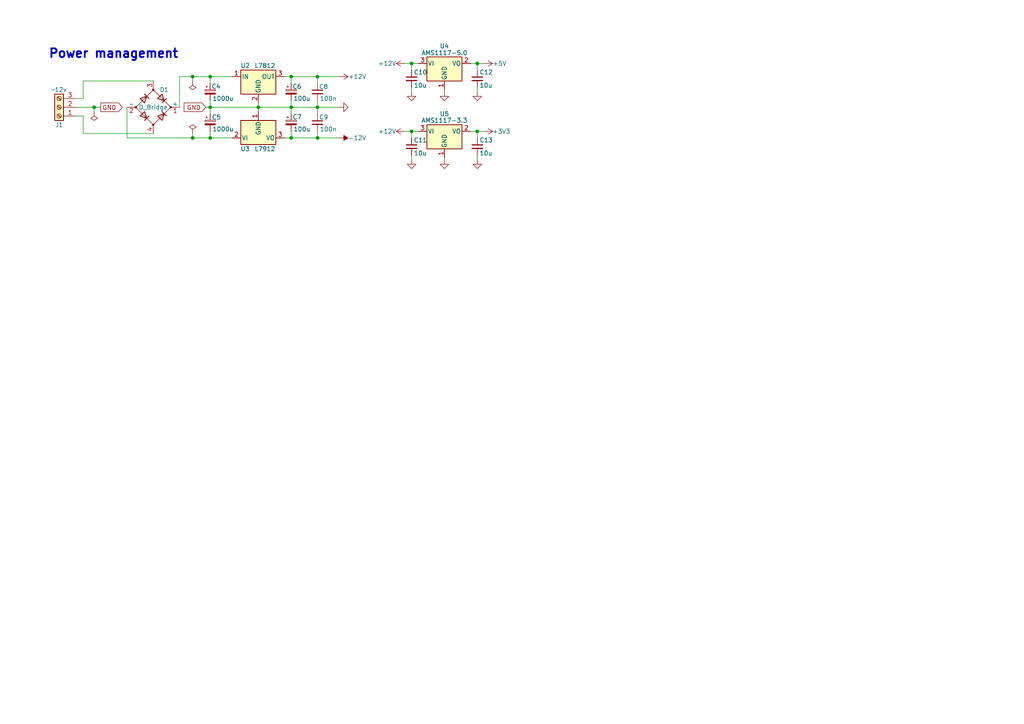
<source format=kicad_sch>
(kicad_sch (version 20250114) (generator "eeschema") (generator_version "9.0")
  (paper "A4")
  (lib_symbols
    (symbol "Connector:Screw_Terminal_01x03" (pin_names (offset 1.016) (hide yes))
      (property "Reference" "J" (at 0 5.08 0))
      (property "Value" "Screw_Terminal_01x03" (at 0 -5.08 0))
      (symbol "Screw_Terminal_01x03_1_1"
        (rectangle (start -1.27 3.81) (end 1.27 -3.81) (stroke (width 0.254)) (fill (type background)))
        (polyline (pts (xy -0.5334 2.8702) (xy 0.3302 2.032)) (stroke (width 0.1524)))
        (polyline (pts (xy -0.5334 0.3302) (xy 0.3302 -0.508)) (stroke (width 0.1524)))
        (polyline (pts (xy -0.5334 -2.2098) (xy 0.3302 -3.048)) (stroke (width 0.1524)))
        (polyline (pts (xy -0.3556 3.048) (xy 0.508 2.2098)) (stroke (width 0.1524)))
        (polyline (pts (xy -0.3556 0.508) (xy 0.508 -0.3302)) (stroke (width 0.1524)))
        (polyline (pts (xy -0.3556 -2.032) (xy 0.508 -2.8702)) (stroke (width 0.1524)))
        (circle (center 0 2.54) (radius 0.635) (stroke (width 0.1524)))
        (circle (center 0 0) (radius 0.635) (stroke (width 0.1524)))
        (circle (center 0 -2.54) (radius 0.635) (stroke (width 0.1524)))
        (pin passive line (at -5.08 2.54 0) (length 3.81) (name "Pin_1") (number "1"))
        (pin passive line (at -5.08 0 0) (length 3.81) (name "Pin_2") (number "2"))
        (pin passive line (at -5.08 -2.54 0) (length 3.81) (name "Pin_3") (number "3"))
      )
    )
    (symbol "Device:C_Polarized_Small" (pin_numbers (hide yes)) (pin_names (offset 0.254) (hide yes))
      (property "Reference" "C" (at 0.254 1.778 0))
      (property "Value" "C_Polarized_Small" (at 0.254 -2.032 0))
      (symbol "C_Polarized_Small_0_1"
        (rectangle (start -1.524 0.6858) (end 1.524 0.3048))
        (rectangle (start -1.524 -0.3048) (end 1.524 -0.6858) (fill (type outline)))
        (polyline (pts (xy -1.27 1.524) (xy -0.762 1.524)))
        (polyline (pts (xy -1.016 1.27) (xy -1.016 1.778)))
      )
      (symbol "C_Polarized_Small_1_1"
        (pin passive line (at 0 2.54 270) (length 1.8542) (name "~") (number "1"))
        (pin passive line (at 0 -2.54 90) (length 1.8542) (name "~") (number "2"))
      )
    )
    (symbol "Device:C_Small" (pin_numbers (hide yes)) (pin_names (offset 0.254) (hide yes))
      (property "Reference" "C" (at 0.254 1.778 0))
      (property "Value" "C_Small" (at 0.254 -2.032 0))
      (symbol "C_Small_0_1"
        (polyline (pts (xy -1.524 0.508) (xy 1.524 0.508)) (stroke (width 0.3048)))
        (polyline (pts (xy -1.524 -0.508) (xy 1.524 -0.508)) (stroke (width 0.3302)))
      )
      (symbol "C_Small_1_1"
        (pin passive line (at 0 2.54 270) (length 2.032) (name "~") (number "1"))
        (pin passive line (at 0 -2.54 90) (length 2.032) (name "~") (number "2"))
      )
    )
    (symbol "Device:D_Bridge_+-AA" (pin_names (offset 0))
      (property "Reference" "D" (at 2.54 6.985 0))
      (property "Value" "D_Bridge_+-AA" (at 2.54 5.08 0))
      (symbol "D_Bridge_+-AA_0_1"
        (circle (center -5.08 0) (radius 0.254) (fill (type outline)))
        (polyline (pts (xy -5.08 0) (xy 0 -5.08) (xy 5.08 0) (xy 0 5.08) (xy -5.08 0)))
        (polyline (pts (xy -3.81 2.54) (xy -2.54 1.27) (xy -1.905 3.175) (xy -3.81 2.54)) (stroke (width 0.254)))
        (polyline (pts (xy -2.54 3.81) (xy -1.27 2.54)) (stroke (width 0.254)))
        (polyline (pts (xy -2.54 -1.27) (xy -3.81 -2.54) (xy -1.905 -3.175) (xy -2.54 -1.27)) (stroke (width 0.254)))
        (polyline (pts (xy -1.27 -2.54) (xy -2.54 -3.81)) (stroke (width 0.254)))
        (circle (center 0 5.08) (radius 0.254) (fill (type outline)))
        (circle (center 0 -5.08) (radius 0.254) (fill (type outline)))
        (polyline (pts (xy 1.27 2.54) (xy 2.54 3.81) (xy 3.175 1.905) (xy 1.27 2.54)) (stroke (width 0.254)))
        (polyline (pts (xy 2.54 1.27) (xy 3.81 2.54)) (stroke (width 0.254)))
        (polyline (pts (xy 2.54 -1.27) (xy 3.81 -2.54)) (stroke (width 0.254)))
        (polyline (pts (xy 3.175 -1.905) (xy 1.27 -2.54) (xy 2.54 -3.81) (xy 3.175 -1.905)) (stroke (width 0.254)))
        (circle (center 5.08 0) (radius 0.254) (fill (type outline)))
      )
      (symbol "D_Bridge_+-AA_1_1"
        (pin passive line (at -7.62 0 0) (length 2.54) (name "-") (number "2"))
        (pin passive line (at 0 7.62 270) (length 2.54) (name "~") (number "3"))
        (pin passive line (at 0 -7.62 90) (length 2.54) (name "~") (number "4"))
        (pin passive line (at 7.62 0 180) (length 2.54) (name "+") (number "1"))
      )
    )
    (symbol "Regulator_Linear:AMS1117-3.3" (pin_names (offset 0.254))
      (property "Reference" "U" (at -3.81 3.175 0))
      (property "Value" "AMS1117-3.3" (at 0 3.175 0))
      (symbol "AMS1117-3.3_0_1"
        (rectangle (start -5.08 -5.08) (end 5.08 1.905) (stroke (width 0.254)) (fill (type background)))
      )
      (symbol "AMS1117-3.3_1_1"
        (pin power_in line (at -7.62 0 0) (length 2.54) (name "VI") (number "3"))
        (pin power_in line (at 0 -7.62 90) (length 2.54) (name "GND") (number "1"))
        (pin power_out line (at 7.62 0 180) (length 2.54) (name "VO") (number "2"))
      )
    )
    (symbol "Regulator_Linear:AMS1117-5.0" (pin_names (offset 0.254))
      (property "Reference" "U" (at -3.81 3.175 0))
      (property "Value" "AMS1117-5.0" (at 0 3.175 0))
      (symbol "AMS1117-5.0_0_1"
        (rectangle (start -5.08 -5.08) (end 5.08 1.905) (stroke (width 0.254)) (fill (type background)))
      )
      (symbol "AMS1117-5.0_1_1"
        (pin power_in line (at -7.62 0 0) (length 2.54) (name "VI") (number "3"))
        (pin power_in line (at 0 -7.62 90) (length 2.54) (name "GND") (number "1"))
        (pin power_out line (at 7.62 0 180) (length 2.54) (name "VO") (number "2"))
      )
    )
    (symbol "Regulator_Linear:L7812" (pin_names (offset 0.254))
      (property "Reference" "U" (at -3.81 3.175 0))
      (property "Value" "L7812" (at 0 3.175 0))
      (symbol "L7812_0_1"
        (rectangle (start -5.08 1.905) (end 5.08 -5.08) (stroke (width 0.254)) (fill (type background)))
      )
      (symbol "L7812_1_1"
        (pin power_in line (at -7.62 0 0) (length 2.54) (name "IN") (number "1"))
        (pin power_in line (at 0 -7.62 90) (length 2.54) (name "GND") (number "2"))
        (pin power_out line (at 7.62 0 180) (length 2.54) (name "OUT") (number "3"))
      )
    )
    (symbol "Regulator_Linear:L7912" (pin_names (offset 0.254))
      (property "Reference" "U" (at -3.81 -3.175 0))
      (property "Value" "L7912" (at 0 -3.175 0))
      (symbol "L7912_0_1"
        (rectangle (start -5.08 5.08) (end 5.08 -1.905) (stroke (width 0.254)) (fill (type background)))
      )
      (symbol "L7912_1_1"
        (pin power_in line (at -7.62 0 0) (length 2.54) (name "VI") (number "2"))
        (pin power_in line (at 0 7.62 270) (length 2.54) (name "GND") (number "1"))
        (pin power_out line (at 7.62 0 180) (length 2.54) (name "VO") (number "3"))
      )
    )
    (symbol "power:+12V" (power) (pin_names (offset 0))
      (property "Value" "+12V" (at 0 3.556 0))
      (symbol "+12V_0_1"
        (polyline (pts (xy -0.762 1.27) (xy 0 2.54)))
        (polyline (pts (xy 0 2.54) (xy 0.762 1.27)))
        (polyline (pts (xy 0 0) (xy 0 2.54)))
      )
      (symbol "+12V_1_1"
        (pin power_in line (at 0 0 90) (length 0) (hide yes) (name "+12V") (number "1"))
      )
    )
    (symbol "power:+3V3" (power) (pin_names (offset 0))
      (property "Value" "+3V3" (at 0 3.556 0))
      (symbol "+3V3_0_1"
        (polyline (pts (xy -0.762 1.27) (xy 0 2.54)))
        (polyline (pts (xy 0 2.54) (xy 0.762 1.27)))
        (polyline (pts (xy 0 0) (xy 0 2.54)))
      )
      (symbol "+3V3_1_1"
        (pin power_in line (at 0 0 90) (length 0) (hide yes) (name "+3V3") (number "1"))
      )
    )
    (symbol "power:+5V" (power) (pin_names (offset 0))
      (property "Value" "+5V" (at 0 3.556 0))
      (symbol "+5V_0_1"
        (polyline (pts (xy -0.762 1.27) (xy 0 2.54)))
        (polyline (pts (xy 0 2.54) (xy 0.762 1.27)))
        (polyline (pts (xy 0 0) (xy 0 2.54)))
      )
      (symbol "+5V_1_1"
        (pin power_in line (at 0 0 90) (length 0) (hide yes) (name "+5V") (number "1"))
      )
    )
    (symbol "power:-12V" (power) (pin_names (offset 0))
      (property "Value" "-12V" (at 0 3.81 0))
      (symbol "-12V_0_0"
        (pin power_in line (at 0 0 90) (length 0) (hide yes) (name "-12V") (number "1"))
      )
      (symbol "-12V_0_1"
        (polyline (pts (xy 0 0) (xy 0 1.27) (xy 0.762 1.27) (xy 0 2.54) (xy -0.762 1.27) (xy 0 1.27)) (fill (type outline)))
      )
    )
    (symbol "power:GND" (power) (pin_names (offset 0))
      (property "Value" "GND" (at 0 -3.81 0))
      (symbol "GND_0_1"
        (polyline (pts (xy 0 0) (xy 0 -1.27) (xy 1.27 -1.27) (xy 0 -2.54) (xy -1.27 -1.27) (xy 0 -1.27)))
      )
      (symbol "GND_1_1"
        (pin power_in line (at 0 0 270) (length 0) (hide yes) (name "GND") (number "1"))
      )
    )
    (symbol "power:PWR_FLAG" (power) (pin_numbers (hide yes)) (pin_names (offset 0) (hide yes))
      (property "Value" "PWR_FLAG" (at 0 3.81 0))
      (symbol "PWR_FLAG_0_0"
        (pin power_out line (at 0 0 90) (length 0) (name "pwr") (number "1"))
      )
      (symbol "PWR_FLAG_0_1"
        (polyline (pts (xy 0 0) (xy 0 1.27) (xy -1.016 1.905) (xy 0 2.54) (xy 1.016 1.905) (xy 0 1.27)))
      )
    )
  )
  (text "Power management" (at 13.97 17.145 0) (effects (font (size 2.54 2.54) (thickness 0.508) (bold yes)) (justify left bottom)))
  (junction (at 84.455 31.115))
  (junction (at 84.455 40.005))
  (junction (at 60.96 31.115))
  (junction (at 119.38 18.415))
  (junction (at 55.88 40.005))
  (junction (at 60.96 40.005))
  (junction (at 92.075 40.005))
  (junction (at 74.93 31.115))
  (junction (at 27.305 31.115))
  (junction (at 92.075 22.225))
  (junction (at 60.96 22.225))
  (junction (at 84.455 22.225))
  (junction (at 92.075 31.115))
  (junction (at 119.38 38.1))
  (junction (at 138.43 18.415))
  (junction (at 138.43 38.1))
  (junction (at 55.88 22.225))
  (wire (pts (xy 60.96 31.115) (xy 74.93 31.115)))
  (wire (pts (xy 59.69 31.115) (xy 60.96 31.115)))
  (wire (pts (xy 74.93 29.845) (xy 74.93 31.115)))
  (wire (pts (xy 92.075 22.225) (xy 92.075 24.13)))
  (wire (pts (xy 92.075 22.225) (xy 98.425 22.225)))
  (wire (pts (xy 117.475 38.1) (xy 119.38 38.1)))
  (wire (pts (xy 92.075 38.1) (xy 92.075 40.005)))
  (wire (pts (xy 92.075 31.115) (xy 92.075 33.02)))
  (wire (pts (xy 60.96 29.21) (xy 60.96 31.115)))
  (wire (pts (xy 52.07 31.115) (xy 52.07 22.225)))
  (wire (pts (xy 36.83 40.005) (xy 55.88 40.005)))
  (wire (pts (xy 74.93 31.115) (xy 74.93 32.385)))
  (wire (pts (xy 128.905 26.67) (xy 128.905 26.035)))
  (wire (pts (xy 117.475 18.415) (xy 119.38 18.415)))
  (wire (pts (xy 84.455 22.225) (xy 92.075 22.225)))
  (wire (pts (xy 119.38 20.32) (xy 119.38 18.415)))
  (wire (pts (xy 52.07 22.225) (xy 55.88 22.225)))
  (wire (pts (xy 60.96 22.225) (xy 67.31 22.225)))
  (wire (pts (xy 119.38 38.1) (xy 121.285 38.1)))
  (wire (pts (xy 92.075 31.115) (xy 98.425 31.115)))
  (wire (pts (xy 119.38 18.415) (xy 121.285 18.415)))
  (wire (pts (xy 27.305 32.385) (xy 27.305 31.115)))
  (wire (pts (xy 44.45 38.735) (xy 24.13 38.735)))
  (wire (pts (xy 138.43 18.415) (xy 140.335 18.415)))
  (wire (pts (xy 136.525 38.1) (xy 138.43 38.1)))
  (wire (pts (xy 55.88 22.225) (xy 60.96 22.225)))
  (wire (pts (xy 119.38 40.005) (xy 119.38 38.1)))
  (wire (pts (xy 24.13 33.655) (xy 22.225 33.655)))
  (wire (pts (xy 36.83 31.115) (xy 36.83 40.005)))
  (wire (pts (xy 138.43 26.67) (xy 138.43 25.4)))
  (wire (pts (xy 27.305 31.115) (xy 29.21 31.115)))
  (wire (pts (xy 84.455 31.115) (xy 92.075 31.115)))
  (wire (pts (xy 84.455 31.115) (xy 84.455 33.02)))
  (wire (pts (xy 138.43 46.355) (xy 138.43 45.085)))
  (wire (pts (xy 60.96 40.005) (xy 67.31 40.005)))
  (wire (pts (xy 84.455 38.1) (xy 84.455 40.005)))
  (wire (pts (xy 60.96 31.115) (xy 60.96 33.02)))
  (wire (pts (xy 44.45 23.495) (xy 24.13 23.495)))
  (wire (pts (xy 92.075 29.21) (xy 92.075 31.115)))
  (wire (pts (xy 60.96 38.1) (xy 60.96 40.005)))
  (wire (pts (xy 136.525 18.415) (xy 138.43 18.415)))
  (wire (pts (xy 128.905 46.355) (xy 128.905 45.72)))
  (wire (pts (xy 74.93 31.115) (xy 84.455 31.115)))
  (wire (pts (xy 138.43 40.005) (xy 138.43 38.1)))
  (wire (pts (xy 24.13 23.495) (xy 24.13 28.575)))
  (wire (pts (xy 138.43 20.32) (xy 138.43 18.415)))
  (wire (pts (xy 119.38 45.085) (xy 119.38 46.355)))
  (wire (pts (xy 55.88 38.735) (xy 55.88 40.005)))
  (wire (pts (xy 119.38 25.4) (xy 119.38 26.67)))
  (wire (pts (xy 55.88 22.225) (xy 55.88 23.495)))
  (wire (pts (xy 24.13 28.575) (xy 22.225 28.575)))
  (wire (pts (xy 24.13 38.735) (xy 24.13 33.655)))
  (wire (pts (xy 22.225 31.115) (xy 27.305 31.115)))
  (wire (pts (xy 84.455 29.21) (xy 84.455 31.115)))
  (wire (pts (xy 60.96 22.225) (xy 60.96 24.13)))
  (wire (pts (xy 55.88 40.005) (xy 60.96 40.005)))
  (wire (pts (xy 84.455 22.225) (xy 84.455 24.13)))
  (wire (pts (xy 138.43 38.1) (xy 140.335 38.1)))
  (wire (pts (xy 84.455 40.005) (xy 92.075 40.005)))
  (wire (pts (xy 82.55 40.005) (xy 84.455 40.005)))
  (wire (pts (xy 82.55 22.225) (xy 84.455 22.225)))
  (wire (pts (xy 92.075 40.005) (xy 98.425 40.005)))
  (global_label "GND" (shape input) (at 59.69 31.115 180) (property "Intersheetrefs" "${INTERSHEET_REFS}" (effects (hide yes))))
  (global_label "GND" (shape output) (at 29.21 31.115 0) (property "Intersheetrefs" "${INTERSHEET_REFS}" (effects (hide yes))))
  (symbol (lib_id "Device:C_Small") (at 92.075 26.67 0) (unit 1)
    (property "Reference" "C8" (at 92.4977 25.1177 0) (effects (justify left)))
    (property "Value" "100n" (at 92.71 28.575 0) (effects (justify left)))
    (property "Footprint" "Capacitor_SMD:C_0805_2012Metric_Pad1.18x1.45mm_HandSolder" (effects (hide yes)))
  )
  (symbol (lib_id "power:GND") (at 119.38 26.67 0) (unit 1)
    (property "Reference" "#PWR017" (effects (hide yes)))
    (property "Value" "GND" (effects (hide yes)))
  )
  (symbol (lib_id "Device:C_Small") (at 119.38 42.545 0) (unit 1)
    (property "Reference" "C11" (at 120.015 40.64 0) (effects (justify left)))
    (property "Value" "10u" (at 120.015 44.45 0) (effects (justify left)))
    (property "Footprint" "Capacitor_SMD:C_0805_2012Metric_Pad1.18x1.45mm_HandSolder" (effects (hide yes)))
  )
  (symbol (lib_id "Device:C_Polarized_Small") (at 84.455 26.67 0) (unit 1)
    (property "Reference" "C6" (at 84.801 25.0809 0) (effects (justify left)))
    (property "Value" "100u" (at 85.09 28.575 0) (effects (justify left)))
    (property "Footprint" "my_additions:CP_Radial_D6.3mm_H11.0_P2.50mm" (effects (hide yes)))
  )
  (symbol (lib_id "Device:C_Small") (at 138.43 42.545 0) (unit 1)
    (property "Reference" "C13" (at 139.065 40.64 0) (effects (justify left)))
    (property "Value" "10u" (at 139.065 44.45 0) (effects (justify left)))
    (property "Footprint" "Capacitor_SMD:C_0805_2012Metric_Pad1.18x1.45mm_HandSolder" (effects (hide yes)))
  )
  (symbol (lib_id "power:PWR_FLAG") (at 55.88 38.735 0) (unit 1)
    (property "Reference" "#FLG03" (effects (hide yes)))
    (property "Value" "PWR_FLAG" (effects (hide yes)))
  )
  (symbol (lib_id "power:PWR_FLAG") (at 27.305 32.385 180) (unit 1)
    (property "Reference" "#FLG01" (effects (hide yes)))
    (property "Value" "PWR_FLAG" (effects (hide yes)))
  )
  (symbol (lib_id "power:-12V") (at 98.425 40.005 270) (unit 1)
    (property "Reference" "#PWR09" (effects (hide yes)))
    (property "Value" "-12V" (at 100.965 40.005 90) (effects (justify left)))
  )
  (symbol (lib_id "Device:C_Polarized_Small") (at 60.96 35.56 0) (unit 1)
    (property "Reference" "C5" (at 61.4111 34.0002 0) (effects (justify left)))
    (property "Value" "1000u" (at 61.595 37.465 0) (effects (justify left)))
    (property "Footprint" "my_additions:CP_Radial_D10.0mm_H21.0mm_P5.00mm" (effects (hide yes)))
  )
  (symbol (lib_id "power:GND") (at 128.905 26.67 0) (unit 1)
    (property "Reference" "#PWR020" (effects (hide yes)))
    (property "Value" "GND" (effects (hide yes)))
  )
  (symbol (lib_id "Connector:Screw_Terminal_01x03") (at 17.145 31.115 180) (unit 1)
    (property "Reference" "J1" (at 17.145 36.195 0))
    (property "Value" "~12v" (at 17.145 26.035 0))
    (property "Footprint" "TerminalBlock_Phoenix:TerminalBlock_Phoenix_PT-1,5-3-5.0-H_1x03_P5.00mm_Horizontal" (effects (hide yes)))
  )
  (symbol (lib_id "power:GND") (at 98.425 31.115 90) (unit 1)
    (property "Reference" "#PWR08" (effects (hide yes)))
    (property "Value" "GND" (effects (hide yes)))
  )
  (symbol (lib_id "Device:D_Bridge_+-AA") (at 44.45 31.115 0) (unit 1)
    (property "Reference" "D1" (at 47.625 26.035 0))
    (property "Value" "D_Bridge" (at 44.45 31.115 0))
    (property "Footprint" "my_additions:WOM_package" (effects (hide yes)))
  )
  (symbol (lib_id "power:+12V") (at 98.425 22.225 270) (unit 1)
    (property "Reference" "#PWR07" (effects (hide yes)))
    (property "Value" "+12V" (at 100.965 22.225 90) (effects (justify left)))
  )
  (symbol (lib_id "Regulator_Linear:AMS1117-3.3") (at 128.905 38.1 0) (unit 1)
    (property "Reference" "U5" (at 128.905 33.02 0))
    (property "Value" "AMS1117-3.3" (at 128.905 34.925 0))
    (property "Footprint" "Package_TO_SOT_SMD:SOT-223-3_TabPin2" (effects (hide yes)))
    (property "Datasheet" "http://www.advanced-monolithic.com/pdf/ds1117.pdf" (effects (hide yes)))
  )
  (symbol (lib_id "Device:C_Small") (at 138.43 22.86 0) (unit 1)
    (property "Reference" "C12" (at 139.065 20.955 0) (effects (justify left)))
    (property "Value" "10u" (at 139.065 24.765 0) (effects (justify left)))
    (property "Footprint" "Capacitor_SMD:C_0805_2012Metric_Pad1.18x1.45mm_HandSolder" (effects (hide yes)))
  )
  (symbol (lib_id "power:+3V3") (at 140.335 38.1 270) (unit 1)
    (property "Reference" "#PWR023" (effects (hide yes)))
    (property "Value" "+3V3" (at 145.415 38.1 90))
  )
  (symbol (lib_id "power:+12V") (at 117.475 18.415 90) (unit 1)
    (property "Reference" "#PWR013" (effects (hide yes)))
    (property "Value" "+12V" (at 114.935 18.415 90) (effects (justify left)))
  )
  (symbol (lib_id "power:GND") (at 138.43 46.355 0) (unit 1)
    (property "Reference" "#PWR019" (effects (hide yes)))
    (property "Value" "GND" (effects (hide yes)))
  )
  (symbol (lib_id "Device:C_Polarized_Small") (at 84.455 35.56 0) (unit 1)
    (property "Reference" "C7" (at 84.8378 33.908 0) (effects (justify left)))
    (property "Value" "100u" (at 85.09 37.465 0) (effects (justify left)))
    (property "Footprint" "my_additions:CP_Radial_D6.3mm_H11.0_P2.50mm" (effects (hide yes)))
  )
  (symbol (lib_id "Regulator_Linear:L7912") (at 74.93 40.005 0) (unit 1)
    (property "Reference" "U3" (at 71.12 43.18 0))
    (property "Value" "L7912" (at 76.835 43.18 0))
    (property "Footprint" "Package_TO_SOT_SMD:TO-252-2" (effects (hide yes)))
    (property "Datasheet" "http://www.st.com/content/ccc/resource/technical/document/datasheet/c9/16/86/41/c7/2b/45/f2/CD00000450.pdf/files/CD00000450.pdf/jcr:content/translations/en.CD00000450.pdf" (effects (hide yes)))
  )
  (symbol (lib_id "power:+12V") (at 117.475 38.1 90) (unit 1)
    (property "Reference" "#PWR014" (effects (hide yes)))
    (property "Value" "+12V" (at 114.935 38.1 90) (effects (justify left)))
  )
  (symbol (lib_id "Device:C_Polarized_Small") (at 60.96 26.67 0) (unit 1)
    (property "Reference" "C4" (at 61.3375 25.0628 0) (effects (justify left)))
    (property "Value" "1000u" (at 61.595 28.575 0) (effects (justify left)))
    (property "Footprint" "my_additions:CP_Radial_D10.0mm_H21.0mm_P5.00mm" (effects (hide yes)))
  )
  (symbol (lib_id "power:PWR_FLAG") (at 55.88 23.495 180) (unit 1)
    (property "Reference" "#FLG02" (effects (hide yes)))
    (property "Value" "PWR_FLAG" (effects (hide yes)))
  )
  (symbol (lib_id "Regulator_Linear:AMS1117-5.0") (at 128.905 18.415 0) (unit 1)
    (property "Reference" "U4" (at 128.905 13.335 0))
    (property "Value" "AMS1117-5.0" (at 128.905 15.3471 0))
    (property "Footprint" "Package_TO_SOT_SMD:SOT-223-3_TabPin2" (effects (hide yes)))
    (property "Datasheet" "http://www.advanced-monolithic.com/pdf/ds1117.pdf" (effects (hide yes)))
  )
  (symbol (lib_id "power:GND") (at 119.38 46.355 0) (unit 1)
    (property "Reference" "#PWR016" (effects (hide yes)))
    (property "Value" "GND" (effects (hide yes)))
  )
  (symbol (lib_id "Device:C_Small") (at 92.075 35.56 0) (unit 1)
    (property "Reference" "C9" (at 92.5344 33.9815 0) (effects (justify left)))
    (property "Value" "100n" (at 92.71 37.465 0) (effects (justify left)))
    (property "Footprint" "Capacitor_SMD:C_0805_2012Metric_Pad1.18x1.45mm_HandSolder" (effects (hide yes)))
  )
  (symbol (lib_id "power:+5V") (at 140.335 18.415 270) (unit 1)
    (property "Reference" "#PWR022" (effects (hide yes)))
    (property "Value" "+5V" (at 142.875 18.415 90) (effects (justify left)))
  )
  (symbol (lib_id "power:GND") (at 138.43 26.67 0) (unit 1)
    (property "Reference" "#PWR021" (effects (hide yes)))
    (property "Value" "GND" (effects (hide yes)))
  )
  (symbol (lib_id "power:GND") (at 128.905 46.355 0) (unit 1)
    (property "Reference" "#PWR018" (effects (hide yes)))
    (property "Value" "GND" (effects (hide yes)))
  )
  (symbol (lib_id "Regulator_Linear:L7812") (at 74.93 22.225 0) (unit 1)
    (property "Reference" "U2" (at 71.12 19.05 0))
    (property "Value" "L7812" (at 76.835 19.05 0))
    (property "Footprint" "Package_TO_SOT_SMD:TO-252-2" (effects (hide yes)))
    (property "Datasheet" "http://www.st.com/content/ccc/resource/technical/document/datasheet/41/4f/b3/b0/12/d4/47/88/CD00000444.pdf/files/CD00000444.pdf/jcr:content/translations/en.CD00000444.pdf" (effects (hide yes)))
  )
  (symbol (lib_id "Device:C_Small") (at 119.38 22.86 0) (unit 1)
    (property "Reference" "C10" (at 120.015 20.955 0) (effects (justify left)))
    (property "Value" "10u" (at 120.015 24.765 0) (effects (justify left)))
    (property "Footprint" "Capacitor_SMD:C_0805_2012Metric_Pad1.18x1.45mm_HandSolder" (effects (hide yes)))
  )
)
</source>
